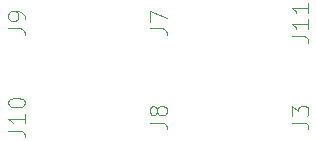
<source format=gbr>
%TF.GenerationSoftware,KiCad,Pcbnew,(5.1.5)-3*%
%TF.CreationDate,2021-03-01T19:21:26+01:00*%
%TF.ProjectId,LandstromWarnung,4c616e64-7374-4726-9f6d-5761726e756e,rev?*%
%TF.SameCoordinates,Original*%
%TF.FileFunction,Legend,Bot*%
%TF.FilePolarity,Positive*%
%FSLAX46Y46*%
G04 Gerber Fmt 4.6, Leading zero omitted, Abs format (unit mm)*
G04 Created by KiCad (PCBNEW (5.1.5)-3) date 2021-03-01 19:21:26*
%MOMM*%
%LPD*%
G04 APERTURE LIST*
%ADD10C,0.088900*%
G04 APERTURE END LIST*
%TO.C,J3*%
D10*
X35747366Y-30505633D02*
X36763366Y-30505633D01*
X36966566Y-30573366D01*
X37102033Y-30708833D01*
X37169766Y-30912033D01*
X37169766Y-31047500D01*
X35747366Y-29963766D02*
X35747366Y-29083233D01*
X36289233Y-29557366D01*
X36289233Y-29354166D01*
X36356966Y-29218700D01*
X36424700Y-29150966D01*
X36560166Y-29083233D01*
X36898833Y-29083233D01*
X37034300Y-29150966D01*
X37102033Y-29218700D01*
X37169766Y-29354166D01*
X37169766Y-29760566D01*
X37102033Y-29896033D01*
X37034300Y-29963766D01*
%TO.C,J7*%
X23747366Y-22505633D02*
X24763366Y-22505633D01*
X24966566Y-22573366D01*
X25102033Y-22708833D01*
X25169766Y-22912033D01*
X25169766Y-23047500D01*
X23747366Y-21963766D02*
X23747366Y-21015500D01*
X25169766Y-21625100D01*
%TO.C,J8*%
X23747366Y-30505633D02*
X24763366Y-30505633D01*
X24966566Y-30573366D01*
X25102033Y-30708833D01*
X25169766Y-30912033D01*
X25169766Y-31047500D01*
X24356966Y-29625100D02*
X24289233Y-29760566D01*
X24221500Y-29828300D01*
X24086033Y-29896033D01*
X24018300Y-29896033D01*
X23882833Y-29828300D01*
X23815100Y-29760566D01*
X23747366Y-29625100D01*
X23747366Y-29354166D01*
X23815100Y-29218700D01*
X23882833Y-29150966D01*
X24018300Y-29083233D01*
X24086033Y-29083233D01*
X24221500Y-29150966D01*
X24289233Y-29218700D01*
X24356966Y-29354166D01*
X24356966Y-29625100D01*
X24424700Y-29760566D01*
X24492433Y-29828300D01*
X24627900Y-29896033D01*
X24898833Y-29896033D01*
X25034300Y-29828300D01*
X25102033Y-29760566D01*
X25169766Y-29625100D01*
X25169766Y-29354166D01*
X25102033Y-29218700D01*
X25034300Y-29150966D01*
X24898833Y-29083233D01*
X24627900Y-29083233D01*
X24492433Y-29150966D01*
X24424700Y-29218700D01*
X24356966Y-29354166D01*
%TO.C,J9*%
X11747366Y-22505633D02*
X12763366Y-22505633D01*
X12966566Y-22573366D01*
X13102033Y-22708833D01*
X13169766Y-22912033D01*
X13169766Y-23047500D01*
X13169766Y-21760566D02*
X13169766Y-21489633D01*
X13102033Y-21354166D01*
X13034300Y-21286433D01*
X12831100Y-21150966D01*
X12560166Y-21083233D01*
X12018300Y-21083233D01*
X11882833Y-21150966D01*
X11815100Y-21218700D01*
X11747366Y-21354166D01*
X11747366Y-21625100D01*
X11815100Y-21760566D01*
X11882833Y-21828300D01*
X12018300Y-21896033D01*
X12356966Y-21896033D01*
X12492433Y-21828300D01*
X12560166Y-21760566D01*
X12627900Y-21625100D01*
X12627900Y-21354166D01*
X12560166Y-21218700D01*
X12492433Y-21150966D01*
X12356966Y-21083233D01*
%TO.C,J10*%
X11747366Y-31182966D02*
X12763366Y-31182966D01*
X12966566Y-31250700D01*
X13102033Y-31386166D01*
X13169766Y-31589366D01*
X13169766Y-31724833D01*
X13169766Y-29760566D02*
X13169766Y-30573366D01*
X13169766Y-30166966D02*
X11747366Y-30166966D01*
X11950566Y-30302433D01*
X12086033Y-30437900D01*
X12153766Y-30573366D01*
X11747366Y-28880033D02*
X11747366Y-28744566D01*
X11815100Y-28609100D01*
X11882833Y-28541366D01*
X12018300Y-28473633D01*
X12289233Y-28405900D01*
X12627900Y-28405900D01*
X12898833Y-28473633D01*
X13034300Y-28541366D01*
X13102033Y-28609100D01*
X13169766Y-28744566D01*
X13169766Y-28880033D01*
X13102033Y-29015500D01*
X13034300Y-29083233D01*
X12898833Y-29150966D01*
X12627900Y-29218700D01*
X12289233Y-29218700D01*
X12018300Y-29150966D01*
X11882833Y-29083233D01*
X11815100Y-29015500D01*
X11747366Y-28880033D01*
%TO.C,J11*%
X35747366Y-23182966D02*
X36763366Y-23182966D01*
X36966566Y-23250700D01*
X37102033Y-23386166D01*
X37169766Y-23589366D01*
X37169766Y-23724833D01*
X37169766Y-21760566D02*
X37169766Y-22573366D01*
X37169766Y-22166966D02*
X35747366Y-22166966D01*
X35950566Y-22302433D01*
X36086033Y-22437900D01*
X36153766Y-22573366D01*
X37169766Y-20405900D02*
X37169766Y-21218700D01*
X37169766Y-20812300D02*
X35747366Y-20812300D01*
X35950566Y-20947766D01*
X36086033Y-21083233D01*
X36153766Y-21218700D01*
%TD*%
M02*

</source>
